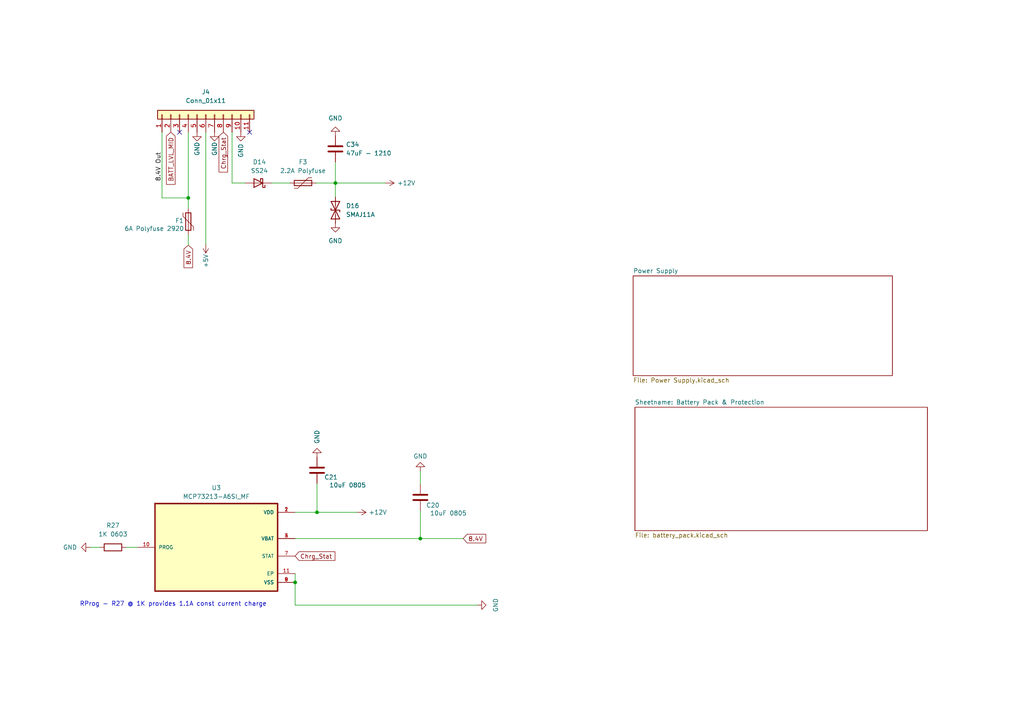
<source format=kicad_sch>
(kicad_sch (version 20230121) (generator eeschema)
  (paper "A4")
  (title_block (title "OpenActionCam") (date "2025-04-10") (rev "0.2") (company "KBader94") (comment 1 "https://github.com/kbader94/OpenActionCam"))
  (lib_symbols
    (symbol "Connector_Generic:Conn_01x11" (pin_names (offset 1.016) hide)
      (property "Reference" "J" (at 0 15.24 0))
      (property "Value" "Conn_01x11" (at 0 -15.24 0))
      (symbol "Conn_01x11_1_1"
        (rectangle (start -1.27 -12.573) (end 0 -12.827) (stroke (width 0.1524)))
        (rectangle (start -1.27 -10.033) (end 0 -10.287) (stroke (width 0.1524)))
        (rectangle (start -1.27 -7.493) (end 0 -7.747) (stroke (width 0.1524)))
        (rectangle (start -1.27 -4.953) (end 0 -5.207) (stroke (width 0.1524)))
        (rectangle (start -1.27 -2.413) (end 0 -2.667) (stroke (width 0.1524)))
        (rectangle (start -1.27 0.127) (end 0 -0.127) (stroke (width 0.1524)))
        (rectangle (start -1.27 2.667) (end 0 2.413) (stroke (width 0.1524)))
        (rectangle (start -1.27 5.207) (end 0 4.953) (stroke (width 0.1524)))
        (rectangle (start -1.27 7.747) (end 0 7.493) (stroke (width 0.1524)))
        (rectangle (start -1.27 10.287) (end 0 10.033) (stroke (width 0.1524)))
        (rectangle (start -1.27 12.827) (end 0 12.573) (stroke (width 0.1524)))
        (rectangle (start -1.27 13.97) (end 1.27 -13.97) (stroke (width 0.254)) (fill (type background)))
        (pin passive line (at -5.08 12.7 0) (length 3.81) (name "Pin_1") (number "1"))
        (pin passive line (at -5.08 -10.16 0) (length 3.81) (name "Pin_10") (number "10"))
        (pin passive line (at -5.08 -12.7 0) (length 3.81) (name "Pin_11") (number "11"))
        (pin passive line (at -5.08 10.16 0) (length 3.81) (name "Pin_2") (number "2"))
        (pin passive line (at -5.08 7.62 0) (length 3.81) (name "Pin_3") (number "3"))
        (pin passive line (at -5.08 5.08 0) (length 3.81) (name "Pin_4") (number "4"))
        (pin passive line (at -5.08 2.54 0) (length 3.81) (name "Pin_5") (number "5"))
        (pin passive line (at -5.08 0 0) (length 3.81) (name "Pin_6") (number "6"))
        (pin passive line (at -5.08 -2.54 0) (length 3.81) (name "Pin_7") (number "7"))
        (pin passive line (at -5.08 -5.08 0) (length 3.81) (name "Pin_8") (number "8"))
        (pin passive line (at -5.08 -7.62 0) (length 3.81) (name "Pin_9") (number "9"))
      )
    )
    (symbol "Device:C" (pin_numbers hide) (pin_names (offset 0.254))
      (property "Reference" "C" (at 0.635 2.54 0))
      (property "Value" "C" (at 0.635 -2.54 0))
      (symbol "C_0_1"
        (polyline (pts (xy -2.032 -0.762) (xy 2.032 -0.762)) (stroke (width 0.508)))
        (polyline (pts (xy -2.032 0.762) (xy 2.032 0.762)) (stroke (width 0.508)))
      )
      (symbol "C_1_1"
        (pin passive line (at 0 3.81 270) (length 2.794) (name "~") (number "1"))
        (pin passive line (at 0 -3.81 90) (length 2.794) (name "~") (number "2"))
      )
    )
    (symbol "Device:D_Schottky" (pin_numbers hide) (pin_names (offset 1.016) hide)
      (property "Reference" "D" (at 0 2.54 0))
      (property "Value" "D_Schottky" (at 0 -2.54 0))
      (symbol "D_Schottky_0_1"
        (polyline (pts (xy 1.27 0) (xy -1.27 0)))
        (polyline (pts (xy 1.27 1.27) (xy 1.27 -1.27) (xy -1.27 0) (xy 1.27 1.27)) (stroke (width 0.254)))
        (polyline (pts (xy -1.905 0.635) (xy -1.905 1.27) (xy -1.27 1.27) (xy -1.27 -1.27) (xy -0.635 -1.27) (xy -0.635 -0.635)) (stroke (width 0.254)))
      )
      (symbol "D_Schottky_1_1"
        (pin passive line (at -3.81 0 0) (length 2.54) (name "K") (number "1"))
        (pin passive line (at 3.81 0 180) (length 2.54) (name "A") (number "2"))
      )
    )
    (symbol "Device:D_TVS" (pin_numbers hide) (pin_names (offset 1.016) hide)
      (property "Reference" "D" (at 0 2.54 0))
      (property "Value" "D_TVS" (at 0 -2.54 0))
      (symbol "D_TVS_0_1"
        (polyline (pts (xy 1.27 0) (xy -1.27 0)))
        (polyline (pts (xy 0.508 1.27) (xy 0 1.27) (xy 0 -1.27) (xy -0.508 -1.27)) (stroke (width 0.254)))
        (polyline (pts (xy -2.54 1.27) (xy -2.54 -1.27) (xy 2.54 1.27) (xy 2.54 -1.27) (xy -2.54 1.27)) (stroke (width 0.254)))
      )
      (symbol "D_TVS_1_1"
        (pin passive line (at -3.81 0 0) (length 2.54) (name "A1") (number "1"))
        (pin passive line (at 3.81 0 180) (length 2.54) (name "A2") (number "2"))
      )
    )
    (symbol "Device:Polyfuse" (pin_numbers hide) (pin_names (offset 0))
      (property "Reference" "F" (at -2.54 0 90))
      (property "Value" "Polyfuse" (at 2.54 0 90))
      (symbol "Polyfuse_0_1"
        (rectangle (start -0.762 2.54) (end 0.762 -2.54) (stroke (width 0.254)))
        (polyline (pts (xy 0 2.54) (xy 0 -2.54)))
        (polyline (pts (xy -1.524 2.54) (xy -1.524 1.524) (xy 1.524 -1.524) (xy 1.524 -2.54)))
      )
      (symbol "Polyfuse_1_1"
        (pin passive line (at 0 3.81 270) (length 1.27) (name "~") (number "1"))
        (pin passive line (at 0 -3.81 90) (length 1.27) (name "~") (number "2"))
      )
    )
    (symbol "Device:R" (pin_numbers hide) (pin_names (offset 0))
      (property "Reference" "R" (at 2.032 0 90))
      (property "Value" "R" (at 0 0 90))
      (symbol "R_0_1"
        (rectangle (start -1.016 -2.54) (end 1.016 2.54) (stroke (width 0.254)))
      )
      (symbol "R_1_1"
        (pin passive line (at 0 3.81 270) (length 1.27) (name "~") (number "1"))
        (pin passive line (at 0 -3.81 90) (length 1.27) (name "~") (number "2"))
      )
    )
    (symbol "MCP73213-A6SI_MF:MCP73213-A6SI_MF" (pin_names (offset 1.016))
      (property "Reference" "U" (at -17.837 13.7392 0))
      (property "Value" "MCP73213-A6SI_MF" (at -17.8079 -16.7245 0))
      (symbol "MCP73213-A6SI_MF_0_0"
        (rectangle (start -17.78 -12.7) (end 17.78 12.7) (stroke (width 0.41)) (fill (type background)))
        (pin power_in line (at 22.86 10.16 180) (length 5.08) (name "VDD") (number "1"))
        (pin bidirectional line (at -22.86 0 0) (length 5.08) (name "PROG") (number "10"))
        (pin power_in line (at 22.86 -7.62 180) (length 5.08) (name "EP") (number "11"))
        (pin power_in line (at 22.86 10.16 180) (length 5.08) (name "VDD") (number "2"))
        (pin bidirectional line (at 22.86 2.54 180) (length 5.08) (name "VBAT") (number "3"))
        (pin bidirectional line (at 22.86 2.54 180) (length 5.08) (name "VBAT") (number "4"))
        (pin output line (at 22.86 -2.54 180) (length 5.08) (name "STAT") (number "7"))
        (pin power_in line (at 22.86 -10.16 180) (length 5.08) (name "VSS") (number "8"))
        (pin power_in line (at 22.86 -10.16 180) (length 5.08) (name "VSS") (number "9"))
      )
    )
    (symbol "power:+12V" (power) (pin_names (offset 0))
      (property "Value" "+12V" (at 0 3.556 0))
      (symbol "+12V_0_1"
        (polyline (pts (xy -0.762 1.27) (xy 0 2.54)))
        (polyline (pts (xy 0 0) (xy 0 2.54)))
        (polyline (pts (xy 0 2.54) (xy 0.762 1.27)))
      )
      (symbol "+12V_1_1"
        (pin power_in line (at 0 0 90) (length 0) hide (name "+12V") (number "1"))
      )
    )
    (symbol "power:+5V" (power) (pin_names (offset 0))
      (property "Value" "+5V" (at 0 3.556 0))
      (symbol "+5V_0_1"
        (polyline (pts (xy -0.762 1.27) (xy 0 2.54)))
        (polyline (pts (xy 0 0) (xy 0 2.54)))
        (polyline (pts (xy 0 2.54) (xy 0.762 1.27)))
      )
      (symbol "+5V_1_1"
        (pin power_in line (at 0 0 90) (length 0) hide (name "+5V") (number "1"))
      )
    )
    (symbol "power:GND" (power) (pin_names (offset 0))
      (property "Value" "GND" (at 0 -3.81 0))
      (symbol "GND_0_1"
        (polyline (pts (xy 0 0) (xy 0 -1.27) (xy 1.27 -1.27) (xy 0 -2.54) (xy -1.27 -1.27) (xy 0 -1.27)))
      )
      (symbol "GND_1_1"
        (pin power_in line (at 0 0 270) (length 0) hide (name "GND") (number "1"))
      )
    )
  )
  (junction (at 121.92 156.21))
  (junction (at 54.61 57.404))
  (junction (at 97.282 53.086))
  (junction (at 91.948 148.59))
  (junction (at 85.598 168.91))
  (no_connect (at 72.39 38.354))
  (no_connect (at 52.07 38.354))
  (wire (pts (xy 54.61 71.12) (xy 54.61 68.072)))
  (wire (pts (xy 121.92 136.652) (xy 121.92 140.462)))
  (wire (pts (xy 97.282 46.99) (xy 97.282 53.086)))
  (wire (pts (xy 46.99 57.404) (xy 54.61 57.404)))
  (wire (pts (xy 85.598 148.59) (xy 91.948 148.59)))
  (wire (pts (xy 91.948 148.59) (xy 91.948 140.208)))
  (wire (pts (xy 36.576 158.75) (xy 39.878 158.75)))
  (wire (pts (xy 91.948 148.59) (xy 103.632 148.59)))
  (wire (pts (xy 121.92 148.082) (xy 121.92 156.21)))
  (wire (pts (xy 59.69 38.354) (xy 59.69 70.866)))
  (wire (pts (xy 85.598 168.91) (xy 85.598 175.514)))
  (wire (pts (xy 46.99 38.354) (xy 46.99 57.404)))
  (wire (pts (xy 67.31 53.086) (xy 67.31 38.354)))
  (wire (pts (xy 91.694 53.086) (xy 97.282 53.086)))
  (wire (pts (xy 26.162 158.75) (xy 28.956 158.75)))
  (wire (pts (xy 97.282 53.086) (xy 111.76 53.086)))
  (wire (pts (xy 121.92 156.21) (xy 134.366 156.21)))
  (wire (pts (xy 85.598 175.514) (xy 138.43 175.514)))
  (wire (pts (xy 54.61 38.354) (xy 54.61 57.404)))
  (wire (pts (xy 54.61 57.404) (xy 54.61 60.452)))
  (wire (pts (xy 71.12 53.086) (xy 67.31 53.086)))
  (wire (pts (xy 84.074 53.086) (xy 78.74 53.086)))
  (wire (pts (xy 85.598 166.37) (xy 85.598 168.91)))
  (wire (pts (xy 85.598 156.21) (xy 121.92 156.21)))
  (wire (pts (xy 97.282 53.086) (xy 97.282 57.15)))
  (text "RProg - R27 @ 1K provides 1.1A const current charge\n" (at 23.114 176.022 0) (effects (font (size 1.27 1.27)) (justify left bottom)))
  (label "8.4V Out" (at 46.99 52.578 90))
  (global_label "8.4V" (shape input) (at 134.366 156.21 0) (property "Intersheetrefs" "${INTERSHEET_REFS}" (effects hide)))
  (global_label "8.4V" (shape input) (at 54.61 71.12 270) (property "Intersheetrefs" "${INTERSHEET_REFS}" (effects hide)))
  (global_label "BATT_LVL_MID" (shape input) (at 49.53 38.354 270) (property "Intersheetrefs" "${INTERSHEET_REFS}" (effects hide)))
  (global_label "Chrg_Stat" (shape input) (at 64.77 38.354 270) (property "Intersheetrefs" "${INTERSHEET_REFS}" (effects hide)))
  (global_label "Chrg_Stat" (shape input) (at 85.598 161.29 0) (property "Intersheetrefs" "${INTERSHEET_REFS}" (effects hide)))
  (symbol (lib_id "power:+12V") (at 111.76 53.086 270) (unit 1)
    (property "Reference" "#PWR059" (effects hide))
    (property "Value" "+12V" (at 117.856 53.086 90))
  )
  (symbol (lib_id "Device:C") (at 97.282 43.18 0) (unit 1)
    (property "Reference" "C34" (at 100.33 41.91 0) (effects (justify left)))
    (property "Value" "47uF - 1210" (at 100.33 44.45 0) (effects (justify left)))
    (property "Footprint" "Resistor_SMD:R_1210_3225Metric_Pad1.30x2.65mm_HandSolder" (effects hide))
  )
  (symbol (lib_id "power:GND") (at 138.43 175.514 90) (unit 1)
    (property "Reference" "#PWR042" (effects hide))
    (property "Value" "GND" (at 143.764 175.514 0))
  )
  (symbol (lib_id "Device:Polyfuse") (at 87.884 53.086 90) (unit 1)
    (property "Reference" "F3" (at 87.884 46.99 90))
    (property "Value" "2.2A Polyfuse" (at 87.884 49.53 90))
    (property "Footprint" "Fuse:Fuse_1210_3225Metric_Pad1.42x2.65mm_HandSolder" (effects hide))
  )
  (symbol (lib_id "power:GND") (at 121.92 136.652 180) (unit 1)
    (property "Reference" "#PWR039" (effects hide))
    (property "Value" "GND" (at 121.92 132.334 0))
  )
  (symbol (lib_id "power:GND") (at 62.23 38.354 0) (unit 1)
    (property "Reference" "#PWR028" (effects hide))
    (property "Value" "GND" (at 62.23 43.18 90))
  )
  (symbol (lib_id "power:GND") (at 91.948 132.588 180) (unit 1)
    (property "Reference" "#PWR040" (effects hide))
    (property "Value" "GND" (at 91.948 128.778 90) (effects (justify right)))
  )
  (symbol (lib_id "power:GND") (at 97.282 39.37 180) (unit 1)
    (property "Reference" "#PWR070" (effects hide))
    (property "Value" "GND" (at 97.282 34.29 0))
  )
  (symbol (lib_id "power:GND") (at 97.282 64.77 0) (unit 1)
    (property "Reference" "#PWR014" (effects hide))
    (property "Value" "GND" (at 97.282 69.85 0))
  )
  (symbol (lib_id "Device:D_TVS") (at 97.282 60.96 90) (unit 1)
    (property "Reference" "D16" (at 100.33 59.69 90) (effects (justify right)))
    (property "Value" "SMAJ11A" (at 100.33 62.23 90) (effects (justify right)))
    (property "Footprint" "Diode_SMD:D_SMA_Handsoldering" (effects hide))
  )
  (symbol (lib_id "Device:C") (at 121.92 144.272 180) (unit 1)
    (property "Reference" "C20" (at 127.508 146.558 0) (effects (justify left)))
    (property "Value" "10uF 0805" (at 135.382 148.844 0) (effects (justify left)))
    (property "Footprint" "Capacitor_SMD:C_0603_1608Metric_Pad1.08x0.95mm_HandSolder" (effects hide))
  )
  (symbol (lib_id "power:+5V") (at 59.69 70.866 180) (unit 1)
    (property "Reference" "#PWR022" (effects hide))
    (property "Value" "+5V" (at 59.69 75.692 90))
  )
  (symbol (lib_id "power:GND") (at 26.162 158.75 270) (unit 1)
    (property "Reference" "#PWR030" (effects hide))
    (property "Value" "GND" (at 22.352 158.75 90) (effects (justify right)))
  )
  (symbol (lib_id "Device:Polyfuse") (at 54.61 64.262 0) (unit 1)
    (property "Reference" "F1" (at 50.8 64.008 0) (effects (justify left)))
    (property "Value" "6A Polyfuse 2920" (at 36.068 66.294 0) (effects (justify left)))
    (property "Footprint" "Fuse:Fuse_2920_7451Metric_Pad2.10x5.45mm_HandSolder" (effects hide))
  )
  (symbol (lib_id "MCP73213-A6SI_MF:MCP73213-A6SI_MF") (at 62.738 158.75 0) (unit 1)
    (property "Reference" "U3" (at 62.738 141.478 0))
    (property "Value" "MCP73213-A6SI_MF" (at 62.738 144.018 0))
    (property "Footprint" "MCP73213-A6SI_MF:SON50P300X300X100-11N" (effects hide))
    (property "MF" "Microchip Technology" (effects hide))
    (property "DESCRIPTION" "MCP Series 16V Dual-Cell Li-Ion/Li-Polymer Battery Charge Management Controller" (effects hide))
    (property "PACKAGE" "DFN-10 Microchip" (effects hide))
    (property "PRICE" "1.60 USD" (effects hide))
    (property "Package" "DFN-10 Microchip" (effects hide))
    (property "Check_prices" "https://www.snapeda.com/parts/MCP73213-A6SI/MF/Microchip/view-part/?ref=eda" (effects hide))
    (property "Price" "None" (effects hide))
    (property "SnapEDA_Link" "https://www.snapeda.com/parts/MCP73213-A6SI/MF/Microchip/view-part/?ref=snap" (effects hide))
    (property "MP" "MCP73213-A6SI/MF" (effects hide))
    (property "Description" "\n                        \n                            Microchip MCP73213-A6SI/MF, Battery Charge Controller, 1100mA, 10-Pin DFN | Microchip Technology Inc. MCP73213-A6SI/MF\n                        \n" (effects hide))
    (property "Availability" "In Stock" (effects hide))
    (property "AVAILABILITY" "Good" (effects hide))
    (property "SNAPEDA_PACKAGE_ID" "30778" (effects hide))
  )
  (symbol (lib_id "Device:C") (at 91.948 136.398 180) (unit 1)
    (property "Reference" "C21" (at 96.012 138.43 0))
    (property "Value" "10uF 0805" (at 100.838 140.716 0))
    (property "Footprint" "Capacitor_SMD:C_0603_1608Metric_Pad1.08x0.95mm_HandSolder" (effects hide))
  )
  (symbol (lib_id "Device:D_Schottky") (at 74.93 53.086 180) (unit 1)
    (property "Reference" "D14" (at 75.2475 46.99 0))
    (property "Value" "SS24" (at 75.2475 49.53 0))
    (property "Footprint" "Diode_SMD:D_SMA_Handsoldering" (effects hide))
  )
  (symbol (lib_id "power:GND") (at 69.85 38.354 0) (unit 1)
    (property "Reference" "#PWR041" (effects hide))
    (property "Value" "GND" (at 69.85 43.688 90))
  )
  (symbol (lib_id "Device:R") (at 32.766 158.75 90) (unit 1)
    (property "Reference" "R27" (at 32.766 152.4 90))
    (property "Value" "1K 0603" (at 32.766 154.94 90))
    (property "Footprint" "Resistor_SMD:R_0603_1608Metric" (effects hide))
  )
  (symbol (lib_id "Connector_Generic:Conn_01x11") (at 59.69 33.274 90) (unit 1)
    (property "Reference" "J4" (at 59.69 26.67 90))
    (property "Value" "Conn_01x11" (at 59.69 29.21 90))
    (property "Footprint" "Board:Board_outline" (effects hide))
  )
  (symbol (lib_id "power:GND") (at 57.15 38.354 0) (unit 1)
    (property "Reference" "#PWR044" (effects hide))
    (property "Value" "GND" (at 57.15 43.18 90))
  )
  (symbol (lib_id "power:+12V") (at 103.632 148.59 270) (unit 1)
    (property "Reference" "#PWR031" (effects hide))
    (property "Value" "+12V" (at 106.934 148.59 90) (effects (justify left)))
  )
  (sheet (at 184.15 118.11) (size 84.836 35.814) (stroke (width 0.1524))
    (property "Sheetname" "Battery Pack & Protection" (at 184.15 117.3984 0) (show_name) (effects (justify left bottom)))
    (property "Sheetfile" "battery_pack.kicad_sch" (at 184.15 154.5086 0) (effects (justify left top)))
  )
  (sheet (at 183.642 80.01) (size 75.184 28.956) (stroke (width 0.1524))
    (property "Sheetname" "Power Supply" (at 183.642 79.2984 0) (effects (justify left bottom)))
    (property "Sheetfile" "Power Supply.kicad_sch" (at 183.642 109.5506 0) (effects (justify left top)))
  )
)
</source>
